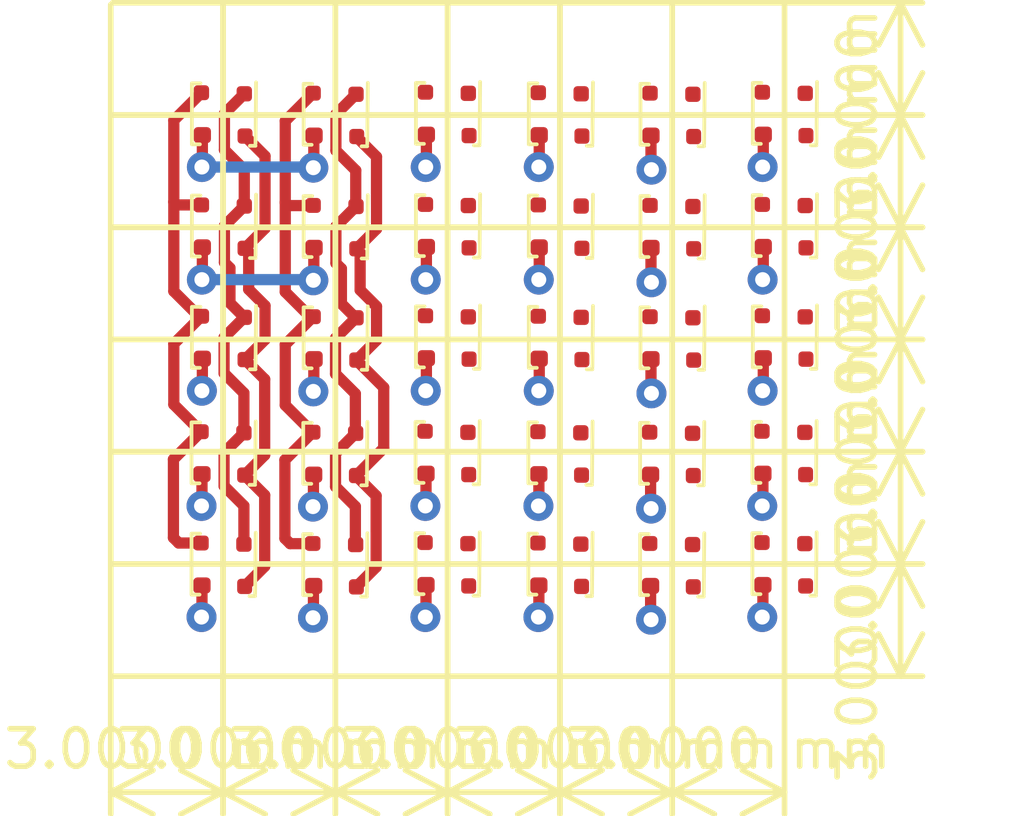
<source format=kicad_pcb>
(kicad_pcb (version 20221018) (generator pcbnew)
  (layers (0 "F.Cu" signal) (31 "B.Cu" signal) (34 "B.Paste" user) (35 "F.Paste" user) (36 "B.SilkS" user "B.Silkscreen") (37 "F.SilkS" user "F.Silkscreen") (38 "B.Mask" user) (39 "F.Mask" user) (44 "Edge.Cuts" user))
  (net 0 "")
  (net 1 "/COM31")
  (net 2 "/R5-16")
  (net 3 "/G5-16")
  (net 4 "/B5-16")
  (footprint "Library:HNB1921W-OS03" (layer "F.Cu") (at 40.78 42.075 -90)
    (fp_text reference "D2592" hide)
    (fp_text value "HNB1921W")
    (pad "1" smd roundrect (at 0.524281 0.567477 270) (size 0.428562 0.459954) (layers "F.Cu" "F.Paste" "F.Mask") (net 1 "/COM31"))
    (pad "2" smd roundrect (at 0.55 -0.5725 270) (size 0.408562 0.399954) (layers "F.Cu" "F.Paste" "F.Mask") (net 2 "/R5-16"))
    (pad "3" smd roundrect (at -0.58 -0.5525 270) (size 0.408562 0.409954) (layers "F.Cu" "F.Paste" "F.Mask") (net 3 "/G5-16"))
    (pad "4" smd roundrect (at -0.609281 0.592477 270) (size 0.398562 0.409954) (layers "F.Cu" "F.Paste" "F.Mask") (net 4 "/B5-16"))
  )
  (footprint "Library:HNB1921W-OS03" (layer "F.Cu") (at 46.765 45.0375 -90)
    (fp_text reference "D2592" hide)
    (fp_text value "HNB1921W")
    (pad "1" smd roundrect (at 0.524281 0.567477 270) (size 0.428562 0.459954) (layers "F.Cu" "F.Paste" "F.Mask"))
    (pad "2" smd roundrect (at 0.55 -0.5725 270) (size 0.408562 0.399954) (layers "F.Cu" "F.Paste" "F.Mask"))
    (pad "3" smd roundrect (at -0.58 -0.5525 270) (size 0.408562 0.409954) (layers "F.Cu" "F.Paste" "F.Mask"))
    (pad "4" smd roundrect (at -0.609281 0.592477 270) (size 0.398562 0.409954) (layers "F.Cu" "F.Paste" "F.Mask"))
  )
  (footprint "Library:HNB1921W-OS03" (layer "F.Cu") (at 31.78 42.075 -90)
    (fp_text reference "D2592" hide)
    (fp_text value "HNB1921W")
    (pad "1" smd roundrect (at 0.524281 0.567477 270) (size 0.428562 0.459954) (layers "F.Cu" "F.Paste" "F.Mask") (net 1 "/COM31"))
    (pad "2" smd roundrect (at 0.55 -0.5725 270) (size 0.408562 0.399954) (layers "F.Cu" "F.Paste" "F.Mask") (net 2 "/R5-16"))
    (pad "3" smd roundrect (at -0.58 -0.5525 270) (size 0.408562 0.409954) (layers "F.Cu" "F.Paste" "F.Mask") (net 3 "/G5-16"))
    (pad "4" smd roundrect (at -0.609281 0.592477 270) (size 0.398562 0.409954) (layers "F.Cu" "F.Paste" "F.Mask") (net 4 "/B5-16"))
  )
  (footprint "Library:HNB1921W-OS03" (layer "F.Cu") (at 43.775 36.025 -90)
    (fp_text reference "D2592" hide)
    (fp_text value "HNB1921W")
    (pad "1" smd roundrect (at 0.524281 0.567477 270) (size 0.428562 0.459954) (layers "F.Cu" "F.Paste" "F.Mask"))
    (pad "2" smd roundrect (at 0.55 -0.5725 270) (size 0.408562 0.399954) (layers "F.Cu" "F.Paste" "F.Mask"))
    (pad "3" smd roundrect (at -0.58 -0.5525 270) (size 0.408562 0.409954) (layers "F.Cu" "F.Paste" "F.Mask"))
    (pad "4" smd roundrect (at -0.609281 0.592477 270) (size 0.398562 0.409954) (layers "F.Cu" "F.Paste" "F.Mask"))
  )
  (footprint "Library:HNB1921W-OS03" (layer "F.Cu") (at 34.775 36.025 -90)
    (fp_text reference "D2592" hide)
    (fp_text value "HNB1921W")
    (pad "1" smd roundrect (at 0.524281 0.567477 270) (size 0.428562 0.459954) (layers "F.Cu" "F.Paste" "F.Mask"))
    (pad "2" smd roundrect (at 0.55 -0.5725 270) (size 0.408562 0.399954) (layers "F.Cu" "F.Paste" "F.Mask"))
    (pad "3" smd roundrect (at -0.58 -0.5525 270) (size 0.408562 0.409954) (layers "F.Cu" "F.Paste" "F.Mask"))
    (pad "4" smd roundrect (at -0.609281 0.592477 270) (size 0.398562 0.409954) (layers "F.Cu" "F.Paste" "F.Mask"))
  )
  (footprint "Library:HNB1921W-OS03" (layer "F.Cu") (at 34.775 39 -90)
    (fp_text reference "D2592" hide)
    (fp_text value "HNB1921W")
    (pad "1" smd roundrect (at 0.524281 0.567477 270) (size 0.428562 0.459954) (layers "F.Cu" "F.Paste" "F.Mask"))
    (pad "2" smd roundrect (at 0.55 -0.5725 270) (size 0.408562 0.399954) (layers "F.Cu" "F.Paste" "F.Mask"))
    (pad "3" smd roundrect (at -0.58 -0.5525 270) (size 0.408562 0.409954) (layers "F.Cu" "F.Paste" "F.Mask"))
    (pad "4" smd roundrect (at -0.609281 0.592477 270) (size 0.398562 0.409954) (layers "F.Cu" "F.Paste" "F.Mask"))
  )
  (footprint "Library:HNB1921W-OS03" (layer "F.Cu") (at 34.765 42.0875 -90)
    (fp_text reference "D2592" hide)
    (fp_text value "HNB1921W")
    (pad "1" smd roundrect (at 0.524281 0.567477 270) (size 0.428562 0.459954) (layers "F.Cu" "F.Paste" "F.Mask"))
    (pad "2" smd roundrect (at 0.55 -0.5725 270) (size 0.408562 0.399954) (layers "F.Cu" "F.Paste" "F.Mask"))
    (pad "3" smd roundrect (at -0.58 -0.5525 270) (size 0.408562 0.409954) (layers "F.Cu" "F.Paste" "F.Mask"))
    (pad "4" smd roundrect (at -0.609281 0.592477 270) (size 0.398562 0.409954) (layers "F.Cu" "F.Paste" "F.Mask"))
  )
  (footprint "Library:HNB1921W-OS03" (layer "F.Cu") (at 31.79 38.9875 -90)
    (fp_text reference "D2592" hide)
    (fp_text value "HNB1921W")
    (pad "1" smd roundrect (at 0.524281 0.567477 270) (size 0.428562 0.459954) (layers "F.Cu" "F.Paste" "F.Mask") (net 1 "/COM31"))
    (pad "2" smd roundrect (at 0.55 -0.5725 270) (size 0.408562 0.399954) (layers "F.Cu" "F.Paste" "F.Mask") (net 2 "/R5-16"))
    (pad "3" smd roundrect (at -0.58 -0.5525 270) (size 0.408562 0.409954) (layers "F.Cu" "F.Paste" "F.Mask") (net 3 "/G5-16"))
    (pad "4" smd roundrect (at -0.609281 0.592477 270) (size 0.398562 0.409954) (layers "F.Cu" "F.Paste" "F.Mask") (net 4 "/B5-16"))
  )
  (footprint "Library:HNB1921W-OS03" (layer "F.Cu") (at 40.79 38.9875 -90)
    (fp_text reference "D2592" hide)
    (fp_text value "HNB1921W")
    (pad "1" smd roundrect (at 0.524281 0.567477 270) (size 0.428562 0.459954) (layers "F.Cu" "F.Paste" "F.Mask") (net 1 "/COM31"))
    (pad "2" smd roundrect (at 0.55 -0.5725 270) (size 0.408562 0.399954) (layers "F.Cu" "F.Paste" "F.Mask") (net 2 "/R5-16"))
    (pad "3" smd roundrect (at -0.58 -0.5525 270) (size 0.408562 0.409954) (layers "F.Cu" "F.Paste" "F.Mask") (net 3 "/G5-16"))
    (pad "4" smd roundrect (at -0.609281 0.592477 270) (size 0.398562 0.409954) (layers "F.Cu" "F.Paste" "F.Mask") (net 4 "/B5-16"))
  )
  (footprint "Library:HNB1921W-OS03" (layer "F.Cu") (at 40.79 36.0125 -90)
    (fp_text reference "D2592" hide)
    (fp_text value "HNB1921W")
    (pad "1" smd roundrect (at 0.524281 0.567477 270) (size 0.428562 0.459954) (layers "F.Cu" "F.Paste" "F.Mask") (net 1 "/COM31"))
    (pad "2" smd roundrect (at 0.55 -0.5725 270) (size 0.408562 0.399954) (layers "F.Cu" "F.Paste" "F.Mask") (net 2 "/R5-16"))
    (pad "3" smd roundrect (at -0.58 -0.5525 270) (size 0.408562 0.409954) (layers "F.Cu" "F.Paste" "F.Mask") (net 3 "/G5-16"))
    (pad "4" smd roundrect (at -0.609281 0.592477 270) (size 0.398562 0.409954) (layers "F.Cu" "F.Paste" "F.Mask") (net 4 "/B5-16"))
  )
  (footprint "Library:HNB1921W-OS03" (layer "F.Cu") (at 37.775 38.975 -90)
    (fp_text reference "D2592" hide)
    (fp_text value "HNB1921W")
    (pad "1" smd roundrect (at 0.524281 0.567477 270) (size 0.428562 0.459954) (layers "F.Cu" "F.Paste" "F.Mask"))
    (pad "2" smd roundrect (at 0.55 -0.5725 270) (size 0.408562 0.399954) (layers "F.Cu" "F.Paste" "F.Mask"))
    (pad "3" smd roundrect (at -0.58 -0.5525 270) (size 0.408562 0.409954) (layers "F.Cu" "F.Paste" "F.Mask"))
    (pad "4" smd roundrect (at -0.609281 0.592477 270) (size 0.398562 0.409954) (layers "F.Cu" "F.Paste" "F.Mask"))
  )
  (footprint "Library:HNB1921W-OS03" (layer "F.Cu") (at 43.775 33.025 -90)
    (fp_text reference "D2592" hide)
    (fp_text value "HNB1921W")
    (pad "1" smd roundrect (at 0.524281 0.567477 270) (size 0.428562 0.459954) (layers "F.Cu" "F.Paste" "F.Mask"))
    (pad "2" smd roundrect (at 0.55 -0.5725 270) (size 0.408562 0.399954) (layers "F.Cu" "F.Paste" "F.Mask"))
    (pad "3" smd roundrect (at -0.58 -0.5525 270) (size 0.408562 0.409954) (layers "F.Cu" "F.Paste" "F.Mask"))
    (pad "4" smd roundrect (at -0.609281 0.592477 270) (size 0.398562 0.409954) (layers "F.Cu" "F.Paste" "F.Mask"))
  )
  (footprint "Library:HNB1921W-OS03" (layer "F.Cu") (at 37.775 36 -90)
    (fp_text reference "D2592" hide)
    (fp_text value "HNB1921W")
    (pad "1" smd roundrect (at 0.524281 0.567477 270) (size 0.428562 0.459954) (layers "F.Cu" "F.Paste" "F.Mask"))
    (pad "2" smd roundrect (at 0.55 -0.5725 270) (size 0.408562 0.399954) (layers "F.Cu" "F.Paste" "F.Mask"))
    (pad "3" smd roundrect (at -0.58 -0.5525 270) (size 0.408562 0.409954) (layers "F.Cu" "F.Paste" "F.Mask"))
    (pad "4" smd roundrect (at -0.609281 0.592477 270) (size 0.398562 0.409954) (layers "F.Cu" "F.Paste" "F.Mask"))
  )
  (footprint "Library:HNB1921W-OS03" (layer "F.Cu") (at 40.78 45.05 -90)
    (fp_text reference "D2592" hide)
    (fp_text value "HNB1921W")
    (pad "1" smd roundrect (at 0.524281 0.567477 270) (size 0.428562 0.459954) (layers "F.Cu" "F.Paste" "F.Mask") (net 1 "/COM31"))
    (pad "2" smd roundrect (at 0.55 -0.5725 270) (size 0.408562 0.399954) (layers "F.Cu" "F.Paste" "F.Mask") (net 2 "/R5-16"))
    (pad "3" smd roundrect (at -0.58 -0.5525 270) (size 0.408562 0.409954) (layers "F.Cu" "F.Paste" "F.Mask") (net 3 "/G5-16"))
    (pad "4" smd roundrect (at -0.609281 0.592477 270) (size 0.398562 0.409954) (layers "F.Cu" "F.Paste" "F.Mask") (net 4 "/B5-16"))
  )
  (footprint "Library:HNB1921W-OS03" (layer "F.Cu") (at 37.775 33 -90)
    (fp_text reference "D2592" hide)
    (fp_text value "HNB1921W")
    (pad "1" smd roundrect (at 0.524281 0.567477 270) (size 0.428562 0.459954) (layers "F.Cu" "F.Paste" "F.Mask"))
    (pad "2" smd roundrect (at 0.55 -0.5725 270) (size 0.408562 0.399954) (layers "F.Cu" "F.Paste" "F.Mask"))
    (pad "3" smd roundrect (at -0.58 -0.5525 270) (size 0.408562 0.409954) (layers "F.Cu" "F.Paste" "F.Mask"))
    (pad "4" smd roundrect (at -0.609281 0.592477 270) (size 0.398562 0.409954) (layers "F.Cu" "F.Paste" "F.Mask"))
  )
  (footprint "Library:HNB1921W-OS03" (layer "F.Cu") (at 31.79 33.0125 -90)
    (fp_text reference "D2592" hide)
    (fp_text value "HNB1921W")
    (pad "1" smd roundrect (at 0.524281 0.567477 270) (size 0.428562 0.459954) (layers "F.Cu" "F.Paste" "F.Mask") (net 1 "/COM31"))
    (pad "2" smd roundrect (at 0.55 -0.5725 270) (size 0.408562 0.399954) (layers "F.Cu" "F.Paste" "F.Mask") (net 2 "/R5-16"))
    (pad "3" smd roundrect (at -0.58 -0.5525 270) (size 0.408562 0.409954) (layers "F.Cu" "F.Paste" "F.Mask") (net 3 "/G5-16"))
    (pad "4" smd roundrect (at -0.609281 0.592477 270) (size 0.398562 0.409954) (layers "F.Cu" "F.Paste" "F.Mask") (net 4 "/B5-16"))
  )
  (footprint "Library:HNB1921W-OS03" (layer "F.Cu") (at 43.765 45.0625 -90)
    (fp_text reference "D2592" hide)
    (fp_text value "HNB1921W")
    (pad "1" smd roundrect (at 0.524281 0.567477 270) (size 0.428562 0.459954) (layers "F.Cu" "F.Paste" "F.Mask"))
    (pad "2" smd roundrect (at 0.55 -0.5725 270) (size 0.408562 0.399954) (layers "F.Cu" "F.Paste" "F.Mask"))
    (pad "3" smd roundrect (at -0.58 -0.5525 270) (size 0.408562 0.409954) (layers "F.Cu" "F.Paste" "F.Mask"))
    (pad "4" smd roundrect (at -0.609281 0.592477 270) (size 0.398562 0.409954) (layers "F.Cu" "F.Paste" "F.Mask"))
  )
  (footprint "Library:HNB1921W-OS03" (layer "F.Cu") (at 43.775 39 -90)
    (fp_text reference "D2592" hide)
    (fp_text value "HNB1921W")
    (pad "1" smd roundrect (at 0.524281 0.567477 270) (size 0.428562 0.459954) (layers "F.Cu" "F.Paste" "F.Mask"))
    (pad "2" smd roundrect (at 0.55 -0.5725 270) (size 0.408562 0.399954) (layers "F.Cu" "F.Paste" "F.Mask"))
    (pad "3" smd roundrect (at -0.58 -0.5525 270) (size 0.408562 0.409954) (layers "F.Cu" "F.Paste" "F.Mask"))
    (pad "4" smd roundrect (at -0.609281 0.592477 270) (size 0.398562 0.409954) (layers "F.Cu" "F.Paste" "F.Mask"))
  )
  (footprint "Library:HNB1921W-OS03" (layer "F.Cu") (at 37.765 45.0375 -90)
    (fp_text reference "D2592" hide)
    (fp_text value "HNB1921W")
    (pad "1" smd roundrect (at 0.524281 0.567477 270) (size 0.428562 0.459954) (layers "F.Cu" "F.Paste" "F.Mask"))
    (pad "2" smd roundrect (at 0.55 -0.5725 270) (size 0.408562 0.399954) (layers "F.Cu" "F.Paste" "F.Mask"))
    (pad "3" smd roundrect (at -0.58 -0.5525 270) (size 0.408562 0.409954) (layers "F.Cu" "F.Paste" "F.Mask"))
    (pad "4" smd roundrect (at -0.609281 0.592477 270) (size 0.398562 0.409954) (layers "F.Cu" "F.Paste" "F.Mask"))
  )
  (footprint "Library:HNB1921W-OS03" (layer "F.Cu") (at 46.775 38.975 -90)
    (fp_text reference "D2592" hide)
    (fp_text value "HNB1921W")
    (pad "1" smd roundrect (at 0.524281 0.567477 270) (size 0.428562 0.459954) (layers "F.Cu" "F.Paste" "F.Mask"))
    (pad "2" smd roundrect (at 0.55 -0.5725 270) (size 0.408562 0.399954) (layers "F.Cu" "F.Paste" "F.Mask"))
    (pad "3" smd roundrect (at -0.58 -0.5525 270) (size 0.408562 0.409954) (layers "F.Cu" "F.Paste" "F.Mask"))
    (pad "4" smd roundrect (at -0.609281 0.592477 270) (size 0.398562 0.409954) (layers "F.Cu" "F.Paste" "F.Mask"))
  )
  (footprint "Library:HNB1921W-OS03" (layer "F.Cu") (at 34.775 33.025 -90)
    (fp_text reference "D2592" hide)
    (fp_text value "HNB1921W")
    (pad "1" smd roundrect (at 0.524281 0.567477 270) (size 0.428562 0.459954) (layers "F.Cu" "F.Paste" "F.Mask"))
    (pad "2" smd roundrect (at 0.55 -0.5725 270) (size 0.408562 0.399954) (layers "F.Cu" "F.Paste" "F.Mask"))
    (pad "3" smd roundrect (at -0.58 -0.5525 270) (size 0.408562 0.409954) (layers "F.Cu" "F.Paste" "F.Mask"))
    (pad "4" smd roundrect (at -0.609281 0.592477 270) (size 0.398562 0.409954) (layers "F.Cu" "F.Paste" "F.Mask"))
  )
  (footprint "Library:HNB1921W-OS03" (layer "F.Cu") (at 46.775 33 -90)
    (fp_text reference "D2592" hide)
    (fp_text value "HNB1921W")
    (pad "1" smd roundrect (at 0.524281 0.567477 270) (size 0.428562 0.459954) (layers "F.Cu" "F.Paste" "F.Mask"))
    (pad "2" smd roundrect (at 0.55 -0.5725 270) (size 0.408562 0.399954) (layers "F.Cu" "F.Paste" "F.Mask"))
    (pad "3" smd roundrect (at -0.58 -0.5525 270) (size 0.408562 0.409954) (layers "F.Cu" "F.Paste" "F.Mask"))
    (pad "4" smd roundrect (at -0.609281 0.592477 270) (size 0.398562 0.409954) (layers "F.Cu" "F.Paste" "F.Mask"))
  )
  (footprint "Library:HNB1921W-OS03" (layer "F.Cu") (at 37.765 42.0625 -90)
    (fp_text reference "D2592" hide)
    (fp_text value "HNB1921W")
    (pad "1" smd roundrect (at 0.524281 0.567477 270) (size 0.428562 0.459954) (layers "F.Cu" "F.Paste" "F.Mask"))
    (pad "2" smd roundrect (at 0.55 -0.5725 270) (size 0.408562 0.399954) (layers "F.Cu" "F.Paste" "F.Mask"))
    (pad "3" smd roundrect (at -0.58 -0.5525 270) (size 0.408562 0.409954) (layers "F.Cu" "F.Paste" "F.Mask"))
    (pad "4" smd roundrect (at -0.609281 0.592477 270) (size 0.398562 0.409954) (layers "F.Cu" "F.Paste" "F.Mask"))
  )
  (footprint "Library:HNB1921W-OS03" (layer "F.Cu") (at 31.79 36.0125 -90)
    (fp_text reference "D2592" hide)
    (fp_text value "HNB1921W")
    (pad "1" smd roundrect (at 0.524281 0.567477 270) (size 0.428562 0.459954) (layers "F.Cu" "F.Paste" "F.Mask") (net 1 "/COM31"))
    (pad "2" smd roundrect (at 0.55 -0.5725 270) (size 0.408562 0.399954) (layers "F.Cu" "F.Paste" "F.Mask") (net 2 "/R5-16"))
    (pad "3" smd roundrect (at -0.58 -0.5525 270) (size 0.408562 0.409954) (layers "F.Cu" "F.Paste" "F.Mask") (net 3 "/G5-16"))
    (pad "4" smd roundrect (at -0.609281 0.592477 270) (size 0.398562 0.409954) (layers "F.Cu" "F.Paste" "F.Mask") (net 4 "/B5-16"))
  )
  (footprint "Library:HNB1921W-OS03" (layer "F.Cu") (at 43.765 42.0875 -90)
    (fp_text reference "D2592" hide)
    (fp_text value "HNB1921W")
    (pad "1" smd roundrect (at 0.524281 0.567477 270) (size 0.428562 0.459954) (layers "F.Cu" "F.Paste" "F.Mask"))
    (pad "2" smd roundrect (at 0.55 -0.5725 270) (size 0.408562 0.399954) (layers "F.Cu" "F.Paste" "F.Mask"))
    (pad "3" smd roundrect (at -0.58 -0.5525 270) (size 0.408562 0.409954) (layers "F.Cu" "F.Paste" "F.Mask"))
    (pad "4" smd roundrect (at -0.609281 0.592477 270) (size 0.398562 0.409954) (layers "F.Cu" "F.Paste" "F.Mask"))
  )
  (footprint "Library:HNB1921W-OS03" (layer "F.Cu") (at 46.765 42.0625 -90)
    (fp_text reference "D2592" hide)
    (fp_text value "HNB1921W")
    (pad "1" smd roundrect (at 0.524281 0.567477 270) (size 0.428562 0.459954) (layers "F.Cu" "F.Paste" "F.Mask"))
    (pad "2" smd roundrect (at 0.55 -0.5725 270) (size 0.408562 0.399954) (layers "F.Cu" "F.Paste" "F.Mask"))
    (pad "3" smd roundrect (at -0.58 -0.5525 270) (size 0.408562 0.409954) (layers "F.Cu" "F.Paste" "F.Mask"))
    (pad "4" smd roundrect (at -0.609281 0.592477 270) (size 0.398562 0.409954) (layers "F.Cu" "F.Paste" "F.Mask"))
  )
  (footprint "Library:HNB1921W-OS03" (layer "F.Cu") (at 46.775 36 -90)
    (fp_text reference "D2592" hide)
    (fp_text value "HNB1921W")
    (pad "1" smd roundrect (at 0.524281 0.567477 270) (size 0.428562 0.459954) (layers "F.Cu" "F.Paste" "F.Mask"))
    (pad "2" smd roundrect (at 0.55 -0.5725 270) (size 0.408562 0.399954) (layers "F.Cu" "F.Paste" "F.Mask"))
    (pad "3" smd roundrect (at -0.58 -0.5525 270) (size 0.408562 0.409954) (layers "F.Cu" "F.Paste" "F.Mask"))
    (pad "4" smd roundrect (at -0.609281 0.592477 270) (size 0.398562 0.409954) (layers "F.Cu" "F.Paste" "F.Mask"))
  )
  (footprint "Library:HNB1921W-OS03" (layer "F.Cu") (at 34.765 45.0625 -90)
    (fp_text reference "D2592" hide)
    (fp_text value "HNB1921W")
    (pad "1" smd roundrect (at 0.524281 0.567477 270) (size 0.428562 0.459954) (layers "F.Cu" "F.Paste" "F.Mask"))
    (pad "2" smd roundrect (at 0.55 -0.5725 270) (size 0.408562 0.399954) (layers "F.Cu" "F.Paste" "F.Mask"))
    (pad "3" smd roundrect (at -0.58 -0.5525 270) (size 0.408562 0.409954) (layers "F.Cu" "F.Paste" "F.Mask"))
    (pad "4" smd roundrect (at -0.609281 0.592477 270) (size 0.398562 0.409954) (layers "F.Cu" "F.Paste" "F.Mask"))
  )
  (footprint "Library:HNB1921W-OS03" (layer "F.Cu") (at 40.79 33.0125 -90)
    (fp_text reference "D2592" hide)
    (fp_text value "HNB1921W")
    (pad "1" smd roundrect (at 0.524281 0.567477 270) (size 0.428562 0.459954) (layers "F.Cu" "F.Paste" "F.Mask") (net 1 "/COM31"))
    (pad "2" smd roundrect (at 0.55 -0.5725 270) (size 0.408562 0.399954) (layers "F.Cu" "F.Paste" "F.Mask") (net 2 "/R5-16"))
    (pad "3" smd roundrect (at -0.58 -0.5525 270) (size 0.408562 0.409954) (layers "F.Cu" "F.Paste" "F.Mask") (net 3 "/G5-16"))
    (pad "4" smd roundrect (at -0.609281 0.592477 270) (size 0.398562 0.409954) (layers "F.Cu" "F.Paste" "F.Mask") (net 4 "/B5-16"))
  )
  (footprint "Library:HNB1921W-OS03" (layer "F.Cu") (at 31.78 45.05 -90)
    (fp_text reference "D2592" hide)
    (fp_text value "HNB1921W")
    (pad "1" smd roundrect (at 0.524281 0.567477 270) (size 0.428562 0.459954) (layers "F.Cu" "F.Paste" "F.Mask") (net 1 "/COM31"))
    (pad "2" smd roundrect (at 0.55 -0.5725 270) (size 0.408562 0.399954) (layers "F.Cu" "F.Paste" "F.Mask") (net 2 "/R5-16"))
    (pad "3" smd roundrect (at -0.58 -0.5525 270) (size 0.408562 0.409954) (layers "F.Cu" "F.Paste" "F.Mask") (net 3 "/G5-16"))
    (pad "4" smd roundrect (at -0.609281 0.592477 270) (size 0.398562 0.409954) (layers "F.Cu" "F.Paste" "F.Mask") (net 4 "/B5-16"))
  )
  (dimension (type aligned) (layer "F.SilkS") (pts (xy 43.775 29.55) (xy 46.775 29.55)) (height 21.55) (gr_text "3.0000 mm" (at 45.275 49.95) (layer "F.SilkS") (effects (font (size 1 1) (thickness 0.15)))) (format (prefix "") (suffix "") (units 3) (units_format 1) (precision 4)) (style (thickness 0.15) (arrow_length 1.27) (text_position_mode 0) (extension_height 0.58642) (extension_offset 0.5) keep_text_aligned))
  (dimension (type aligned) (layer "F.SilkS") (pts (xy 28.325 45) (xy 28.325 42)) (height 21.55) (gr_text "3.0000 mm" (at 48.725 43.5 90) (layer "F.SilkS") (effects (font (size 1 1) (thickness 0.15)))) (format (prefix "") (suffix "") (units 3) (units_format 1) (precision 4)) (style (thickness 0.15) (arrow_length 1.27) (text_position_mode 0) (extension_height 0.58642) (extension_offset 0.5) keep_text_aligned))
  (dimension (type aligned) (layer "F.SilkS") (pts (xy 28.325 42) (xy 28.325 39)) (height 21.55) (gr_text "3.0000 mm" (at 48.725 40.5 90) (layer "F.SilkS") (effects (font (size 1 1) (thickness 0.15)))) (format (prefix "") (suffix "") (units 3) (units_format 1) (precision 4)) (style (thickness 0.15) (arrow_length 1.27) (text_position_mode 0) (extension_height 0.58642) (extension_offset 0.5) keep_text_aligned))
  (dimension (type aligned) (layer "F.SilkS") (pts (xy 28.325 48) (xy 28.325 45)) (height 21.55) (gr_text "3.0000 mm" (at 48.725 46.5 90) (layer "F.SilkS") (effects (font (size 1 1) (thickness 0.15)))) (format (prefix "") (suffix "") (units 3) (units_format 1) (precision 4)) (style (thickness 0.15) (arrow_length 1.27) (text_position_mode 0) (extension_height 0.58642) (extension_offset 0.5) keep_text_aligned))
  (dimension (type aligned) (layer "F.SilkS") (pts (xy 31.775 29.55) (xy 34.775 29.55)) (height 21.55) (gr_text "3.0000 mm" (at 33.275 49.95) (layer "F.SilkS") (effects (font (size 1 1) (thickness 0.15)))) (format (prefix "") (suffix "") (units 3) (units_format 1) (precision 4)) (style (thickness 0.15) (arrow_length 1.27) (text_position_mode 0) (extension_height 0.58642) (extension_offset 0.5) keep_text_aligned))
  (dimension (type aligned) (layer "F.SilkS") (pts (xy 40.775 29.55) (xy 43.775 29.55)) (height 21.55) (gr_text "3.0000 mm" (at 42.275 49.95) (layer "F.SilkS") (effects (font (size 1 1) (thickness 0.15)))) (format (prefix "") (suffix "") (units 3) (units_format 1) (precision 4)) (style (thickness 0.15) (arrow_length 1.27) (text_position_mode 0) (extension_height 0.58642) (extension_offset 0.5) keep_text_aligned))
  (dimension (type aligned) (layer "F.SilkS") (pts (xy 28.325 39) (xy 28.325 36)) (height 21.55) (gr_text "3.0000 mm" (at 48.725 37.5 90) (layer "F.SilkS") (effects (font (size 1 1) (thickness 0.15)))) (format (prefix "") (suffix "") (units 3) (units_format 1) (precision 4)) (style (thickness 0.15) (arrow_length 1.27) (text_position_mode 0) (extension_height 0.58642) (extension_offset 0.5) keep_text_aligned))
  (dimension (type aligned) (layer "F.SilkS") (pts (xy 28.325 36) (xy 28.325 33)) (height 21.55) (gr_text "3.0000 mm" (at 48.725 34.5 90) (layer "F.SilkS") (effects (font (size 1 1) (thickness 0.15)))) (format (prefix "") (suffix "") (units 3) (units_format 1) (precision 4)) (style (thickness 0.15) (arrow_length 1.27) (text_position_mode 0) (extension_height 0.58642) (extension_offset 0.5) keep_text_aligned))
  (dimension (type aligned) (layer "F.SilkS") (pts (xy 28.325 33) (xy 28.325 30)) (height 21.55) (gr_text "3.0000 mm" (at 48.725 31.5 90) (layer "F.SilkS") (effects (font (size 1 1) (thickness 0.15)))) (format (prefix "") (suffix "") (units 3) (units_format 1) (precision 4)) (style (thickness 0.15) (arrow_length 1.27) (text_position_mode 0) (extension_height 0.58642) (extension_offset 0.5) keep_text_aligned))
  (dimension (type aligned) (layer "F.SilkS") (pts (xy 37.775 29.55) (xy 40.775 29.55)) (height 21.55) (gr_text "3.0000 mm" (at 39.275 49.95) (layer "F.SilkS") (effects (font (size 1 1) (thickness 0.15)))) (format (prefix "") (suffix "") (units 3) (units_format 1) (precision 4)) (style (thickness 0.15) (arrow_length 1.27) (text_position_mode 0) (extension_height 0.58642) (extension_offset 0.5) keep_text_aligned))
  (dimension (type aligned) (layer "F.SilkS") (pts (xy 28.775 29.55) (xy 31.775 29.55)) (height 21.55) (gr_text "3.0000 mm" (at 30.275 49.95) (layer "F.SilkS") (effects (font (size 1 1) (thickness 0.15)))) (format (prefix "") (suffix "") (units 3) (units_format 1) (precision 4)) (style (thickness 0.15) (arrow_length 1.27) (text_position_mode 0) (extension_height 0.58642) (extension_offset 0.5) keep_text_aligned))
  (dimension (type aligned) (layer "F.SilkS") (pts (xy 34.775 29.55) (xy 37.775 29.55)) (height 21.55) (gr_text "3.0000 mm" (at 36.275 49.95) (layer "F.SilkS") (effects (font (size 1 1) (thickness 0.15)))) (format (prefix "") (suffix "") (units 3) (units_format 1) (precision 4)) (style (thickness 0.15) (arrow_length 1.27) (text_position_mode 0) (extension_height 0.58642) (extension_offset 0.5) keep_text_aligned))
  (segment (start 46.197523 42.584281) (end 46.197523 43.432477) (width 0.3) (layer "F.Cu") (net 0))
  (segment (start 43.197523 46.477523) (end 43.21 46.49) (width 0.3) (layer "F.Cu") (net 0))
  (segment (start 43.197523 43.507523) (end 43.21 43.52) (width 0.3) (layer "F.Cu") (net 0))
  (segment (start 46.197523 43.432477) (end 46.18 43.45) (width 0.3) (layer "F.Cu") (net 0))
  (segment (start 43.197523 42.609281) (end 43.197523 43.507523) (width 0.3) (layer "F.Cu") (net 0))
  (segment (start 46.207523 37.382477) (end 46.19 37.4) (width 0.3) (layer "F.Cu") (net 0))
  (segment (start 43.207523 33.549281) (end 43.207523 34.447523) (width 0.3) (layer "F.Cu") (net 0))
  (segment (start 43.207523 37.457523) (end 43.22 37.47) (width 0.3) (layer "F.Cu") (net 0))
  (segment (start 37.207523 40.352477) (end 37.19 40.37) (width 0.3) (layer "F.Cu") (net 0))
  (segment (start 46.197523 45.554281) (end 46.197523 46.402477) (width 0.3) (layer "F.Cu") (net 0))
  (segment (start 37.197523 46.402477) (end 37.18 46.42) (width 0.3) (layer "F.Cu") (net 0))
  (segment (start 37.207523 34.372477) (end 37.19 34.39) (width 0.3) (layer "F.Cu") (net 0))
  (segment (start 43.197523 45.579281) (end 43.197523 46.477523) (width 0.3) (layer "F.Cu") (net 0))
  (segment (start 46.207523 34.372477) (end 46.19 34.39) (width 0.3) (layer "F.Cu") (net 0))
  (segment (start 37.197523 45.554281) (end 37.197523 46.402477) (width 0.3) (layer "F.Cu") (net 0))
  (segment (start 46.207523 33.524281) (end 46.207523 34.372477) (width 0.3) (layer "F.Cu") (net 0))
  (segment (start 43.207523 39.529281) (end 43.207523 40.427523) (width 0.3) (layer "F.Cu") (net 0))
  (segment (start 37.207523 39.504281) (end 37.207523 40.352477) (width 0.3) (layer "F.Cu") (net 0))
  (segment (start 37.197523 42.584281) (end 37.197523 43.432477) (width 0.3) (layer "F.Cu") (net 0))
  (segment (start 37.207523 36.534281) (end 37.207523 37.382477) (width 0.3) (layer "F.Cu") (net 0))
  (segment (start 46.207523 40.352477) (end 46.19 40.37) (width 0.3) (layer "F.Cu") (net 0))
  (segment (start 46.197523 46.402477) (end 46.18 46.42) (width 0.3) (layer "F.Cu") (net 0))
  (segment (start 46.207523 39.504281) (end 46.207523 40.352477) (width 0.3) (layer "F.Cu") (net 0))
  (segment (start 43.207523 40.427523) (end 43.22 40.44) (width 0.3) (layer "F.Cu") (net 0))
  (segment (start 37.197523 43.432477) (end 37.18 43.45) (width 0.3) (layer "F.Cu") (net 0))
  (segment (start 43.207523 34.447523) (end 43.22 34.46) (width 0.3) (layer "F.Cu") (net 0))
  (segment (start 37.207523 33.524281) (end 37.207523 34.372477) (width 0.3) (layer "F.Cu") (net 0))
  (segment (start 43.207523 36.559281) (end 43.207523 37.457523) (width 0.3) (layer "F.Cu") (net 0))
  (segment (start 37.207523 37.382477) (end 37.19 37.4) (width 0.3) (layer "F.Cu") (net 0))
  (segment (start 46.207523 36.534281) (end 46.207523 37.382477) (width 0.3) (layer "F.Cu") (net 0))
  (via blind (at 46.18 43.45) (size 0.8) (drill 0.4) (layers "F.Cu" "B.Cu") (net 0))
  (via blind (at 43.22 40.44) (size 0.8) (drill 0.4) (layers "F.Cu" "B.Cu") (net 0))
  (via blind (at 46.19 34.39) (size 0.8) (drill 0.4) (layers "F.Cu" "B.Cu") (net 0))
  (via blind (at 37.18 46.42) (size 0.8) (drill 0.4) (layers "F.Cu" "B.Cu") (net 0))
  (via blind (at 37.19 40.37) (size 0.8) (drill 0.4) (layers "F.Cu" "B.Cu") (net 0))
  (via blind (at 46.18 46.42) (size 0.8) (drill 0.4) (layers "F.Cu" "B.Cu") (net 0))
  (via blind (at 46.19 40.37) (size 0.8) (drill 0.4) (layers "F.Cu" "B.Cu") (net 0))
  (via blind (at 43.21 43.52) (size 0.8) (drill 0.4) (layers "F.Cu" "B.Cu") (net 0))
  (via blind (at 37.18 43.45) (size 0.8) (drill 0.4) (layers "F.Cu" "B.Cu") (net 0))
  (via blind (at 37.19 34.39) (size 0.8) (drill 0.4) (layers "F.Cu" "B.Cu") (net 0))
  (via blind (at 43.22 34.46) (size 0.8) (drill 0.4) (layers "F.Cu" "B.Cu") (net 0))
  (via blind (at 37.19 37.4) (size 0.8) (drill 0.4) (layers "F.Cu" "B.Cu") (net 0))
  (via blind (at 43.22 37.47) (size 0.8) (drill 0.4) (layers "F.Cu" "B.Cu") (net 0))
  (via blind (at 46.19 37.4) (size 0.8) (drill 0.4) (layers "F.Cu" "B.Cu") (net 0))
  (via blind (at 43.21 46.49) (size 0.8) (drill 0.4) (layers "F.Cu" "B.Cu") (net 0))
  (segment (start 31.222523 33.536781) (end 31.222523 34.377477) (width 0.3) (layer "F.Cu") (net 1))
  (segment (start 31.212523 42.596781) (end 31.212523 43.437477) (width 0.3) (layer "F.Cu") (net 1))
  (segment (start 34.190023 45.584281) (end 34.190023 46.424977) (width 0.3) (layer "F.Cu") (net 1))
  (segment (start 40.222523 39.516781) (end 40.222523 40.357477) (width 0.3) (layer "F.Cu") (net 1))
  (segment (start 34.200023 33.554281) (end 34.200023 34.394977) (width 0.3) (layer "F.Cu") (net 1))
  (segment (start 40.222523 37.387477) (end 40.21 37.4) (width 0.3) (layer "F.Cu") (net 1))
  (segment (start 34.190023 43.454977) (end 34.1775 43.4675) (width 0.3) (layer "F.Cu") (net 1))
  (segment (start 40.212523 46.407477) (end 40.2 46.42) (width 0.3) (layer "F.Cu") (net 1))
  (segment (start 31.222523 40.357477) (end 31.21 40.37) (width 0.3) (layer "F.Cu") (net 1))
  (segment (start 34.200023 36.564281) (end 34.200023 37.404977) (width 0.3) (layer "F.Cu") (net 1))
  (segment (start 40.212523 42.596781) (end 40.212523 43.437477) (width 0.3) (layer "F.Cu") (net 1))
  (segment (start 40.222523 33.536781) (end 40.222523 34.377477) (width 0.3) (layer "F.Cu") (net 1))
  (segment (start 34.190023 46.424977) (end 34.1775 46.4375) (width 0.3) (layer "F.Cu") (net 1))
  (segment (start 40.222523 36.546781) (end 40.222523 37.387477) (width 0.3) (layer "F.Cu") (net 1))
  (segment (start 40.222523 40.357477) (end 40.21 40.37) (width 0.3) (layer "F.Cu") (net 1))
  (segment (start 31.212523 46.407477) (end 31.2 46.42) (width 0.3) (layer "F.Cu") (net 1))
  (segment (start 31.212523 43.437477) (end 31.2 43.45) (width 0.3) (layer "F.Cu") (net 1))
  (segment (start 34.190023 42.614281) (end 34.190023 43.454977) (width 0.3) (layer "F.Cu") (net 1))
  (segment (start 40.212523 43.437477) (end 40.2 43.45) (width 0.3) (layer "F.Cu") (net 1))
  (segment (start 34.200023 40.374977) (end 34.1875 40.3875) (width 0.3) (layer "F.Cu") (net 1))
  (segment (start 34.200023 37.404977) (end 34.1875 37.4175) (width 0.3) (layer "F.Cu") (net 1))
  (segment (start 34.200023 34.394977) (end 34.1875 34.4075) (width 0.3) (layer "F.Cu") (net 1))
  (segment (start 31.212523 45.566781) (end 31.212523 46.407477) (width 0.3) (layer "F.Cu") (net 1))
  (segment (start 31.222523 39.516781) (end 31.222523 40.357477) (width 0.3) (layer "F.Cu") (net 1))
  (segment (start 34.200023 39.534281) (end 34.200023 40.374977) (width 0.3) (layer "F.Cu") (net 1))
  (segment (start 31.222523 37.387477) (end 31.21 37.4) (width 0.3) (layer "F.Cu") (net 1))
  (segment (start 31.222523 36.546781) (end 31.222523 37.387477) (width 0.3) (layer "F.Cu") (net 1))
  (segment (start 40.212523 45.566781) (end 40.212523 46.407477) (width 0.3) (layer "F.Cu") (net 1))
  (segment (start 40.222523 34.377477) (end 40.21 34.39) (width 0.3) (layer "F.Cu") (net 1))
  (segment (start 31.222523 34.377477) (end 31.21 34.39) (width 0.3) (layer "F.Cu") (net 1))
  (via blind (at 40.2 43.45) (size 0.8) (drill 0.4) (layers "F.Cu" "B.Cu") (net 1))
  (via blind (at 31.21 37.4) (size 0.8) (drill 0.4) (layers "F.Cu" "B.Cu") (net 1))
  (via blind (at 34.1775 43.4675) (size 0.8) (drill 0.4) (layers "F.Cu" "B.Cu") (net 1))
  (via blind (at 31.2 46.42) (size 0.8) (drill 0.4) (layers "F.Cu" "B.Cu") (net 1))
  (via blind (at 31.2 43.45) (size 0.8) (drill 0.4) (layers "F.Cu" "B.Cu") (net 1))
  (via blind (at 34.1875 37.4175) (size 0.8) (drill 0.4) (layers "F.Cu" "B.Cu") (net 1))
  (via blind (at 40.21 40.37) (size 0.8) (drill 0.4) (layers "F.Cu" "B.Cu") (net 1))
  (via blind (at 34.1775 46.4375) (size 0.8) (drill 0.4) (layers "F.Cu" "B.Cu") (net 1))
  (via blind (at 34.1875 34.4075) (size 0.8) (drill 0.4) (layers "F.Cu" "B.Cu") (net 1))
  (via blind (at 34.1875 40.3875) (size 0.8) (drill 0.4) (layers "F.Cu" "B.Cu") (net 1))
  (via blind (at 40.2 46.42) (size 0.8) (drill 0.4) (layers "F.Cu" "B.Cu") (net 1))
  (via blind (at 40.21 34.39) (size 0.8) (drill 0.4) (layers "F.Cu" "B.Cu") (net 1))
  (via blind (at 31.21 34.39) (size 0.8) (drill 0.4) (layers "F.Cu" "B.Cu") (net 1))
  (via blind (at 31.21 40.37) (size 0.8) (drill 0.4) (layers "F.Cu" "B.Cu") (net 1))
  (via blind (at 40.21 37.4) (size 0.8) (drill 0.4) (layers "F.Cu" "B.Cu") (net 1))
  (segment (start 31.21 34.39) (end 34.17 34.39) (width 0.3) (layer "B.Cu") (net 1))
  (segment (start 31.21 37.4) (end 34.17 37.4) (width 0.3) (layer "B.Cu") (net 1))
  (segment (start 34.17 37.4) (end 34.1875 37.4175) (width 0.3) (layer "B.Cu") (net 1))
  (segment (start 34.17 34.39) (end 34.1875 34.4075) (width 0.3) (layer "B.Cu") (net 1))
  (segment (start 32.887477 42.090023) (end 32.3525 42.625) (width 0.3) (layer "F.Cu") (net 2))
  (segment (start 35.4375 37.6775) (end 35.874977 38.114977) (width 0.3) (layer "F.Cu") (net 2))
  (segment (start 35.874977 36.045023) (end 35.34 36.58) (width 0.3) (layer "F.Cu") (net 2))
  (segment (start 32.887477 43.159977) (end 32.887477 45.065023) (width 0.3) (layer "F.Cu") (net 2))
  (segment (start 35.34 39.555) (end 36.0675 40.2825) (width 0.3) (layer "F.Cu") (net 2))
  (segment (start 32.46 36.66) (end 32.46 37.66) (width 0.3) (layer "F.Cu") (net 2))
  (segment (start 35.34 36.58) (end 35.4375 36.6775) (width 0.3) (layer "F.Cu") (net 2))
  (segment (start 32.897477 39.002523) (end 32.3625 39.5375) (width 0.3) (layer "F.Cu") (net 2))
  (segment (start 35.874977 39.020023) (end 35.34 39.555) (width 0.3) (layer "F.Cu") (net 2))
  (segment (start 32.3525 42.625) (end 32.887477 43.159977) (width 0.3) (layer "F.Cu") (net 2))
  (segment (start 32.897477 36.027523) (end 32.3625 36.5625) (width 0.3) (layer "F.Cu") (net 2))
  (segment (start 35.874977 34.114977) (end 35.874977 36.045023) (width 0.3) (layer "F.Cu") (net 2))
  (segment (start 35.874977 38.114977) (end 35.874977 39.020023) (width 0.3) (layer "F.Cu") (net 2))
  (segment (start 32.46 37.66) (end 32.897477 38.097477) (width 0.3) (layer "F.Cu") (net 2))
  (segment (start 32.897477 38.097477) (end 32.897477 39.002523) (width 0.3) (layer "F.Cu") (net 2))
  (segment (start 32.887477 40.062477) (end 32.887477 42.090023) (width 0.3) (layer "F.Cu") (net 2))
  (segment (start 32.3625 39.5375) (end 32.887477 40.062477) (width 0.3) (layer "F.Cu") (net 2))
  (segment (start 35.864977 45.082523) (end 35.33 45.6175) (width 0.3) (layer "F.Cu") (net 2))
  (segment (start 35.33 42.6425) (end 35.864977 43.177477) (width 0.3) (layer "F.Cu") (net 2))
  (segment (start 32.887477 45.065023) (end 32.3525 45.6) (width 0.3) (layer "F.Cu") (net 2))
  (segment (start 35.864977 43.177477) (end 35.864977 45.082523) (width 0.3) (layer "F.Cu") (net 2))
  (segment (start 35.4375 36.6775) (end 35.4375 37.6775) (width 0.3) (layer "F.Cu") (net 2))
  (segment (start 32.897477 34.097477) (end 32.897477 36.027523) (width 0.3) (layer "F.Cu") (net 2))
  (segment (start 36.0675 40.2825) (end 36.0675 41.905) (width 0.3) (layer "F.Cu") (net 2))
  (segment (start 35.34 33.58) (end 35.874977 34.114977) (width 0.3) (layer "F.Cu") (net 2))
  (segment (start 32.3625 36.5625) (end 32.46 36.66) (width 0.3) (layer "F.Cu") (net 2))
  (segment (start 36.0675 41.905) (end 35.33 42.6425) (width 0.3) (layer "F.Cu") (net 2))
  (segment (start 32.3625 33.5625) (end 32.897477 34.097477) (width 0.3) (layer "F.Cu") (net 2))
  (segment (start 34.78 39.919339) (end 35.31 40.449339) (width 0.3) (layer "F.Cu") (net 3))
  (segment (start 34.790023 32.979977) (end 34.790023 33.949362) (width 0.3) (layer "F.Cu") (net 3))
  (segment (start 31.812523 33.931862) (end 32.3425 34.461839) (width 0.3) (layer "F.Cu") (net 3))
  (segment (start 34.790023 36.959362) (end 34.9375 37.106839) (width 0.3) (layer "F.Cu") (net 3))
  (segment (start 32.3325 41.495) (end 31.802523 42.024977) (width 0.3) (layer "F.Cu") (net 3))
  (segment (start 35.32 34.479339) (end 35.32 35.45) (width 0.3) (layer "F.Cu") (net 3))
  (segment (start 35.31 43.463161) (end 35.31 44.4875) (width 0.3) (layer "F.Cu") (net 3))
  (segment (start 32.3425 32.4325) (end 31.812523 32.962477) (width 0.3) (layer "F.Cu") (net 3))
  (segment (start 32.3425 38.4075) (end 31.8025 38.9475) (width 0.3) (layer "F.Cu") (net 3))
  (segment (start 34.9375 38.0425) (end 35.32 38.425) (width 0.3) (layer "F.Cu") (net 3))
  (segment (start 34.780023 42.933184) (end 35.31 43.463161) (width 0.3) (layer "F.Cu") (net 3))
  (segment (start 31.96 38.025) (end 32.3425 38.4075) (width 0.3) (layer "F.Cu") (net 3))
  (segment (start 34.78 38.965) (end 34.78 39.919339) (width 0.3) (layer "F.Cu") (net 3))
  (segment (start 35.32 32.45) (end 34.790023 32.979977) (width 0.3) (layer "F.Cu") (net 3))
  (segment (start 35.32 35.45) (end 34.790023 35.979977) (width 0.3) (layer "F.Cu") (net 3))
  (segment (start 35.31 40.449339) (end 35.31 41.5125) (width 0.3) (layer "F.Cu") (net 3))
  (segment (start 35.31 41.5125) (end 34.780023 42.042477) (width 0.3) (layer "F.Cu") (net 3))
  (segment (start 34.9375 37.106839) (end 34.9375 38.0425) (width 0.3) (layer "F.Cu") (net 3))
  (segment (start 31.802523 42.024977) (end 31.802523 42.915684) (width 0.3) (layer "F.Cu") (net 3))
  (segment (start 34.790023 33.949362) (end 35.32 34.479339) (width 0.3) (layer "F.Cu") (net 3))
  (segment (start 31.802523 42.915684) (end 32.3325 43.445661) (width 0.3) (layer "F.Cu") (net 3))
  (segment (start 31.812523 32.962477) (end 31.812523 33.931862) (width 0.3) (layer "F.Cu") (net 3))
  (segment (start 35.32 38.425) (end 34.78 38.965) (width 0.3) (layer "F.Cu") (net 3))
  (segment (start 32.3325 40.431839) (end 32.3325 41.495) (width 0.3) (layer "F.Cu") (net 3))
  (segment (start 31.812523 35.962477) (end 31.812523 36.941862) (width 0.3) (layer "F.Cu") (net 3))
  (segment (start 32.3325 43.445661) (end 32.3325 44.47) (width 0.3) (layer "F.Cu") (net 3))
  (segment (start 32.3425 35.4325) (end 31.812523 35.962477) (width 0.3) (layer "F.Cu") (net 3))
  (segment (start 31.8025 39.901839) (end 32.3325 40.431839) (width 0.3) (layer "F.Cu") (net 3))
  (segment (start 34.780023 42.042477) (end 34.780023 42.933184) (width 0.3) (layer "F.Cu") (net 3))
  (segment (start 31.96 37.089339) (end 31.96 38.025) (width 0.3) (layer "F.Cu") (net 3))
  (segment (start 31.8025 38.9475) (end 31.8025 39.901839) (width 0.3) (layer "F.Cu") (net 3))
  (segment (start 34.790023 35.979977) (end 34.790023 36.959362) (width 0.3) (layer "F.Cu") (net 3))
  (segment (start 32.3425 34.461839) (end 32.3425 35.4325) (width 0.3) (layer "F.Cu") (net 3))
  (segment (start 31.812523 36.941862) (end 31.96 37.089339) (width 0.3) (layer "F.Cu") (net 3))
  (segment (start 30.46 40.738196) (end 31.187523 41.465719) (width 0.3) (layer "F.Cu") (net 4))
  (segment (start 30.590719 44.440719) (end 31.187523 44.440719) (width 0.3) (layer "F.Cu") (net 4))
  (segment (start 33.4375 37.728161) (end 34.105058 38.395719) (width 0.3) (layer "F.Cu") (net 4))
  (segment (start 33.4375 39.133242) (end 33.4375 40.755696) (width 0.3) (layer "F.Cu") (net 4))
  (segment (start 31.127558 38.378219) (end 31.197523 38.378219) (width 0.3) (layer "F.Cu") (net 4))
  (segment (start 30.46 37.710661) (end 31.127558 38.378219) (width 0.3) (layer "F.Cu") (net 4))
  (segment (start 33.568219 44.458219) (end 34.165023 44.458219) (width 0.3) (layer "F.Cu") (net 4))
  (segment (start 30.46 35.32) (end 30.543219 35.403219) (width 0.3) (layer "F.Cu") (net 4))
  (segment (start 33.520719 35.420719) (end 34.175023 35.420719) (width 0.3) (layer "F.Cu") (net 4))
  (segment (start 33.4375 35.3375) (end 33.4375 37.728161) (width 0.3) (layer "F.Cu") (net 4))
  (segment (start 34.105058 38.395719) (end 34.175023 38.395719) (width 0.3) (layer "F.Cu") (net 4))
  (segment (start 34.175023 38.395719) (end 33.4375 39.133242) (width 0.3) (layer "F.Cu") (net 4))
  (segment (start 33.4275 44.3175) (end 33.568219 44.458219) (width 0.3) (layer "F.Cu") (net 4))
  (segment (start 30.543219 35.403219) (end 31.197523 35.403219) (width 0.3) (layer "F.Cu") (net 4))
  (segment (start 31.187523 41.465719) (end 30.45 42.203242) (width 0.3) (layer "F.Cu") (net 4))
  (segment (start 34.175023 32.420719) (end 33.4375 33.158242) (width 0.3) (layer "F.Cu") (net 4))
  (segment (start 30.45 44.3) (end 30.590719 44.440719) (width 0.3) (layer "F.Cu") (net 4))
  (segment (start 30.46 35.32) (end 30.46 37.710661) (width 0.3) (layer "F.Cu") (net 4))
  (segment (start 30.46 33.140742) (end 30.46 35.32) (width 0.3) (layer "F.Cu") (net 4))
  (segment (start 34.165023 41.483219) (end 33.4275 42.220742) (width 0.3) (layer "F.Cu") (net 4))
  (segment (start 30.45 42.203242) (end 30.45 44.3) (width 0.3) (layer "F.Cu") (net 4))
  (segment (start 33.4375 33.158242) (end 33.4375 35.3375) (width 0.3) (layer "F.Cu") (net 4))
  (segment (start 33.4375 40.755696) (end 34.165023 41.483219) (width 0.3) (layer "F.Cu") (net 4))
  (segment (start 30.46 39.115742) (end 30.46 40.738196) (width 0.3) (layer "F.Cu") (net 4))
  (segment (start 31.197523 38.378219) (end 30.46 39.115742) (width 0.3) (layer "F.Cu") (net 4))
  (segment (start 33.4275 42.220742) (end 33.4275 44.3175) (width 0.3) (layer "F.Cu") (net 4))
  (segment (start 31.197523 32.403219) (end 30.46 33.140742) (width 0.3) (layer "F.Cu") (net 4))
  (segment (start 33.4375 35.3375) (end 33.520719 35.420719) (width 0.3) (layer "F.Cu") (net 4))
)
</source>
